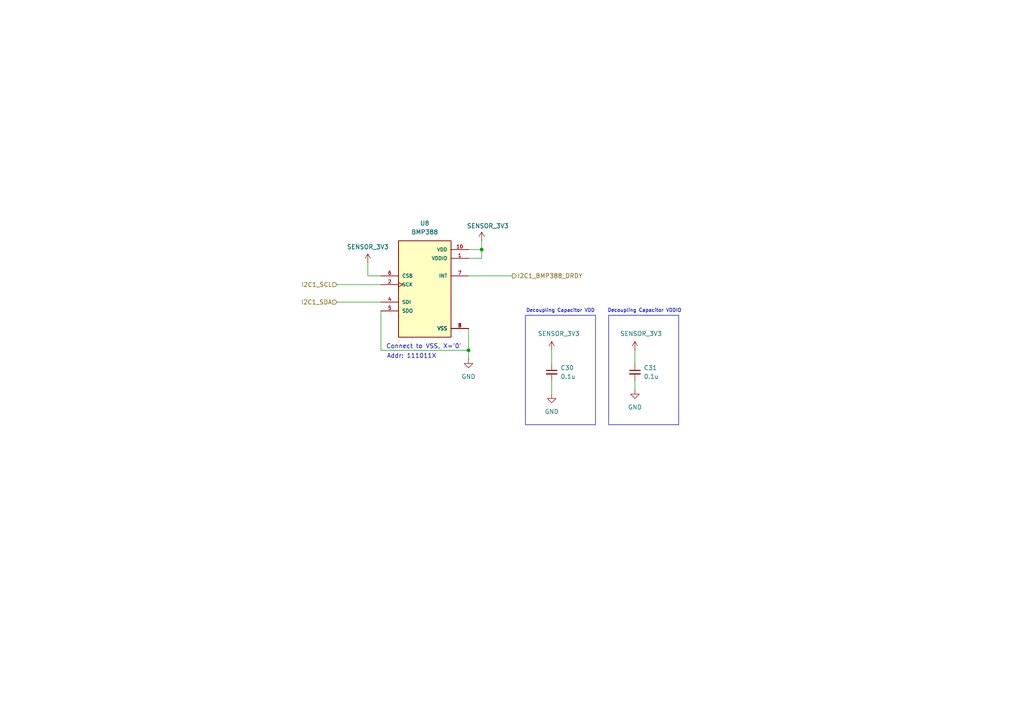
<source format=kicad_sch>
(kicad_sch (version 20231120) (generator "eeschema") (generator_version "8.0")
  (paper "A4")
  (lib_symbols
    (symbol "Barometer:BMP388" (pin_names (offset 1.016))
      (property "Reference" "U" (at -7.6281 15.2562 0))
      (property "Value" "BMP388" (at -7.6268 -15.2536 0))
      (symbol "BMP388_0_0"
        (rectangle (start -7.62 -12.7) (end 7.62 15.24) (stroke (width 0.254)) (fill (type background)))
        (pin power_in line (at 12.7 10.16 180) (length 5.08) (name "VDDIO") (number "1"))
        (pin power_in line (at 12.7 12.7 180) (length 5.08) (name "VDD") (number "10"))
        (pin input clock (at -12.7 2.54 0) (length 5.08) (name "SCK") (number "2"))
        (pin power_in line (at 12.7 -10.16 180) (length 5.08) (name "VSS") (number "3"))
        (pin bidirectional line (at -12.7 -2.54 0) (length 5.08) (name "SDI") (number "4"))
        (pin bidirectional line (at -12.7 -5.08 0) (length 5.08) (name "SDO") (number "5"))
        (pin input line (at -12.7 5.08 0) (length 5.08) (name "CSB") (number "6"))
        (pin output line (at 12.7 5.08 180) (length 5.08) (name "INT") (number "7"))
        (pin power_in line (at 12.7 -10.16 180) (length 5.08) (name "VSS") (number "8"))
        (pin power_in line (at 12.7 -10.16 180) (length 5.08) (name "VSS") (number "9"))
      )
    )
    (symbol "Device:C_Small" (pin_numbers hide) (pin_names (offset 0.254) hide)
      (property "Reference" "C" (at 0.254 1.778 0))
      (property "Value" "C_Small" (at 0.254 -2.032 0))
      (symbol "C_Small_0_1"
        (polyline (pts (xy -1.524 -0.508) (xy 1.524 -0.508)) (stroke (width 0.3302)))
        (polyline (pts (xy -1.524 0.508) (xy 1.524 0.508)) (stroke (width 0.3048)))
      )
      (symbol "C_Small_1_1"
        (pin passive line (at 0 2.54 270) (length 2.032) (name "~") (number "1"))
        (pin passive line (at 0 -2.54 90) (length 2.032) (name "~") (number "2"))
      )
    )
    (symbol "power:+3.3V" (power) (pin_numbers hide) (pin_names (offset 0) hide)
      (property "Value" "+3.3V" (at 0 3.556 0))
      (symbol "+3.3V_0_1"
        (polyline (pts (xy -0.762 1.27) (xy 0 2.54)))
        (polyline (pts (xy 0 0) (xy 0 2.54)))
        (polyline (pts (xy 0 2.54) (xy 0.762 1.27)))
      )
      (symbol "+3.3V_1_1"
        (pin power_in line (at 0 0 90) (length 0) (name "~") (number "1"))
      )
    )
    (symbol "power:GND" (power) (pin_numbers hide) (pin_names (offset 0) hide)
      (property "Value" "GND" (at 0 -3.81 0))
      (symbol "GND_0_1"
        (polyline (pts (xy 0 0) (xy 0 -1.27) (xy 1.27 -1.27) (xy 0 -2.54) (xy -1.27 -1.27) (xy 0 -1.27)))
      )
      (symbol "GND_1_1"
        (pin power_in line (at 0 0 270) (length 0) (name "~") (number "1"))
      )
    )
  )
  (junction (at 139.7 72.39))
  (junction (at 135.89 101.6))
  (wire (pts (xy 160.02 110.49) (xy 160.02 114.3)))
  (wire (pts (xy 110.49 101.6) (xy 135.89 101.6)))
  (wire (pts (xy 139.7 74.93) (xy 135.89 74.93)))
  (wire (pts (xy 135.89 72.39) (xy 139.7 72.39)))
  (wire (pts (xy 184.15 110.49) (xy 184.15 113.03)))
  (wire (pts (xy 139.7 69.85) (xy 139.7 72.39)))
  (wire (pts (xy 135.89 80.01) (xy 148.59 80.01)))
  (wire (pts (xy 184.15 105.41) (xy 184.15 101.6)))
  (wire (pts (xy 106.68 80.01) (xy 106.68 76.2)))
  (wire (pts (xy 135.89 101.6) (xy 135.89 95.25)))
  (wire (pts (xy 139.7 72.39) (xy 139.7 74.93)))
  (wire (pts (xy 110.49 90.17) (xy 110.49 101.6)))
  (wire (pts (xy 97.79 87.63) (xy 110.49 87.63)))
  (wire (pts (xy 135.89 104.14) (xy 135.89 101.6)))
  (wire (pts (xy 97.79 82.55) (xy 110.49 82.55)))
  (wire (pts (xy 160.02 101.6) (xy 160.02 105.41)))
  (wire (pts (xy 106.68 80.01) (xy 110.49 80.01)))
  (rectangle (start 152.4 91.44) (end 172.72 123.19))
  (rectangle (start 176.53 91.44) (end 196.85 123.19))
  (text "Addr: 111011X" (at 119.38 103.378 0) (effects (font (size 1.27 1.27))))
  (text "Connect to VSS, X='0'\n" (at 122.936 100.584 0) (effects (font (size 1.27 1.27))))
  (text "Decoupling Capacitor VDD\n" (at 162.56 90.17 0) (effects (font (size 1 1))))
  (text "Decoupling Capacitor VDDIO\n" (at 186.944 90.17 0) (effects (font (size 1 1))))
  (hierarchical_label "I2C1_SDA" (shape input) (at 97.79 87.63 180))
  (hierarchical_label "I2C1_SCL" (shape input) (at 97.79 82.55 180))
  (hierarchical_label "I2C1_BMP388_DRDY" (shape output) (at 148.59 80.01 0))
  (symbol (lib_id "power:+3.3V") (at 139.7 69.85 0) (unit 1)
    (property "Reference" "#PWR038" (effects (hide yes)))
    (property "Value" "SENSOR_3V3" (at 135.382 65.532 0) (effects (justify left)))
    (property "Description" "Power symbol creates a global label with name \"+3.3V\"" (effects (hide yes)))
  )
  (symbol (lib_id "power:GND") (at 135.89 104.14 0) (unit 1)
    (property "Reference" "#PWR043" (effects (hide yes)))
    (property "Value" "GND" (at 135.89 109.22 0))
    (property "Description" "Power symbol creates a global label with name \"GND\" , ground" (effects (hide yes)))
  )
  (symbol (lib_id "power:+3.3V") (at 184.15 101.6 0) (unit 1)
    (property "Reference" "#PWR048" (effects (hide yes)))
    (property "Value" "SENSOR_3V3" (at 179.832 96.774 0) (effects (justify left)))
    (property "Description" "Power symbol creates a global label with name \"+3.3V\"" (effects (hide yes)))
  )
  (symbol (lib_id "Device:C_Small") (at 160.02 107.95 0) (unit 1)
    (property "Reference" "C30" (at 162.56 106.6862 0) (effects (justify left)))
    (property "Value" "0.1u" (at 162.56 109.2262 0) (effects (justify left)))
    (property "Footprint" "Capacitor_SMD:C_0402_1005Metric_Pad0.74x0.62mm_HandSolder" (effects (hide yes)))
    (property "Description" "Unpolarized capacitor, small symbol" (effects (hide yes)))
  )
  (symbol (lib_id "power:GND") (at 160.02 114.3 0) (unit 1)
    (property "Reference" "#PWR047" (effects (hide yes)))
    (property "Value" "GND" (at 160.02 119.38 0))
    (property "Description" "Power symbol creates a global label with name \"GND\" , ground" (effects (hide yes)))
  )
  (symbol (lib_id "power:+3.3V") (at 160.02 101.6 0) (unit 1)
    (property "Reference" "#PWR046" (effects (hide yes)))
    (property "Value" "SENSOR_3V3" (at 155.956 96.774 0) (effects (justify left)))
    (property "Description" "Power symbol creates a global label with name \"+1.8V\"" (effects (hide yes)))
  )
  (symbol (lib_id "Device:C_Small") (at 184.15 107.95 0) (unit 1)
    (property "Reference" "C31" (at 186.69 106.68 0) (effects (justify left)))
    (property "Value" "0.1u" (at 186.69 109.22 0) (effects (justify left)))
    (property "Footprint" "Capacitor_SMD:C_0402_1005Metric_Pad0.74x0.62mm_HandSolder" (effects (hide yes)))
    (property "Description" "Unpolarized capacitor, small symbol" (effects (hide yes)))
  )
  (symbol (lib_id "power:+3.3V") (at 106.68 76.2 0) (unit 1)
    (property "Reference" "#PWR042" (effects (hide yes)))
    (property "Value" "SENSOR_3V3" (at 100.584 71.628 0) (effects (justify left)))
    (property "Description" "Power symbol creates a global label with name \"+3.3V\"" (effects (hide yes)))
  )
  (symbol (lib_id "power:GND") (at 184.15 113.03 0) (unit 1)
    (property "Reference" "#PWR049" (effects (hide yes)))
    (property "Value" "GND" (at 184.15 118.11 0))
    (property "Description" "Power symbol creates a global label with name \"GND\" , ground" (effects (hide yes)))
  )
  (symbol (lib_id "Barometer:BMP388") (at 123.19 85.09 0) (unit 1)
    (property "Reference" "U8" (at 123.19 64.77 0))
    (property "Value" "BMP388" (at 123.19 67.31 0))
    (property "Footprint" "BMP388:PQFN50P200X200X80-10N" (effects (hide yes)))
    (property "MF" "Bosch Sensortec" (effects (hide yes)))
    (property "Description_1" "\nPressure Sensor 4.35PSI ~ 18.13PSI (30kPa ~ 125kPa) Absolute - - 10-WFLGA\n" (effects (hide yes)))
    (property "Package" "WFLGA-10 Bosch Tools" (effects (hide yes)))
    (property "Price" "None" (effects (hide yes)))
    (property "Check_prices" "https://www.snapeda.com/parts/BMP388/Bosch+Sensortec/view-part/?ref=eda" (effects (hide yes)))
    (property "STANDARD" "IPC 7351B" (effects (hide yes)))
    (property "PARTREV" "1.1" (effects (hide yes)))
    (property "SnapEDA_Link" "https://www.snapeda.com/parts/BMP388/Bosch+Sensortec/view-part/?ref=snap" (effects (hide yes)))
    (property "MP" "BMP388" (effects (hide yes)))
    (property "Availability" "In Stock" (effects (hide yes)))
    (property "MANUFACTURER" "BOSCH" (effects (hide yes)))
  )
)
</source>
